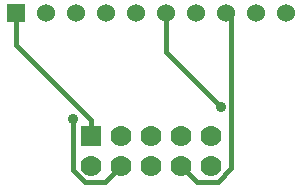
<source format=gtl>
G04 (created by PCBNEW (2013-jul-07)-stable) date Wed 24 Jun 2015 12:24:46 PM PDT*
%MOIN*%
G04 Gerber Fmt 3.4, Leading zero omitted, Abs format*
%FSLAX34Y34*%
G01*
G70*
G90*
G04 APERTURE LIST*
%ADD10C,0.00590551*%
%ADD11R,0.07X0.07*%
%ADD12C,0.07*%
%ADD13C,0.06*%
%ADD14R,0.06X0.06*%
%ADD15C,0.035*%
%ADD16C,0.015*%
G04 APERTURE END LIST*
G54D10*
G54D11*
X23000Y-24700D03*
G54D12*
X23000Y-25700D03*
X24000Y-24700D03*
X24000Y-25700D03*
X25000Y-24700D03*
X25000Y-25700D03*
X26000Y-24700D03*
X26000Y-25700D03*
X27000Y-24700D03*
X27000Y-25700D03*
G54D13*
X29500Y-20600D03*
X28500Y-20600D03*
X26500Y-20600D03*
X27500Y-20600D03*
X25500Y-20600D03*
X24500Y-20600D03*
G54D14*
X20500Y-20600D03*
G54D13*
X21500Y-20600D03*
X22500Y-20600D03*
X23500Y-20600D03*
G54D15*
X22379Y-24143D03*
X27317Y-23730D03*
G54D16*
X23459Y-26240D02*
X24000Y-25700D01*
X22792Y-26240D02*
X23459Y-26240D01*
X22379Y-25826D02*
X22792Y-26240D01*
X22379Y-24143D02*
X22379Y-25826D01*
X25500Y-21912D02*
X27317Y-23730D01*
X25500Y-20600D02*
X25500Y-21912D01*
X27667Y-20767D02*
X27500Y-20600D01*
X27667Y-25780D02*
X27667Y-20767D01*
X27221Y-26225D02*
X27667Y-25780D01*
X26525Y-26225D02*
X27221Y-26225D01*
X26000Y-25700D02*
X26525Y-26225D01*
X20500Y-20600D02*
X20500Y-21075D01*
X23000Y-24700D02*
X23000Y-24174D01*
X20500Y-21674D02*
X20500Y-21075D01*
X23000Y-24174D02*
X20500Y-21674D01*
M02*

</source>
